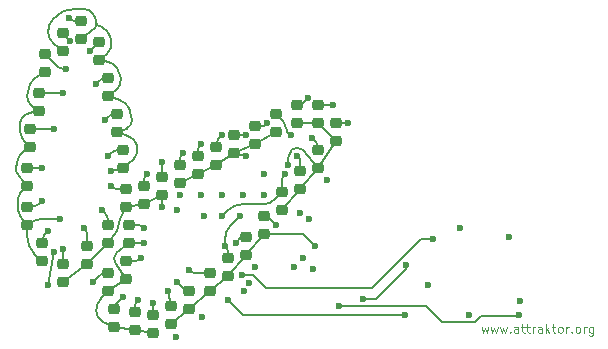
<source format=gbr>
%TF.GenerationSoftware,KiCad,Pcbnew,8.0.7*%
%TF.CreationDate,2025-01-17T18:48:29+01:00*%
%TF.ProjectId,SAO_Attraktor,53414f5f-4174-4747-9261-6b746f722e6b,rev?*%
%TF.SameCoordinates,Original*%
%TF.FileFunction,Copper,L1,Top*%
%TF.FilePolarity,Positive*%
%FSLAX46Y46*%
G04 Gerber Fmt 4.6, Leading zero omitted, Abs format (unit mm)*
G04 Created by KiCad (PCBNEW 8.0.7) date 2025-01-17 18:48:29*
%MOMM*%
%LPD*%
G01*
G04 APERTURE LIST*
G04 Aperture macros list*
%AMRoundRect*
0 Rectangle with rounded corners*
0 $1 Rounding radius*
0 $2 $3 $4 $5 $6 $7 $8 $9 X,Y pos of 4 corners*
0 Add a 4 corners polygon primitive as box body*
4,1,4,$2,$3,$4,$5,$6,$7,$8,$9,$2,$3,0*
0 Add four circle primitives for the rounded corners*
1,1,$1+$1,$2,$3*
1,1,$1+$1,$4,$5*
1,1,$1+$1,$6,$7*
1,1,$1+$1,$8,$9*
0 Add four rect primitives between the rounded corners*
20,1,$1+$1,$2,$3,$4,$5,0*
20,1,$1+$1,$4,$5,$6,$7,0*
20,1,$1+$1,$6,$7,$8,$9,0*
20,1,$1+$1,$8,$9,$2,$3,0*%
G04 Aperture macros list end*
%TA.AperFunction,Conductor*%
%ADD10C,0.200000*%
%TD*%
%ADD11C,0.100000*%
%TA.AperFunction,NonConductor*%
%ADD12C,0.100000*%
%TD*%
%TA.AperFunction,SMDPad,CuDef*%
%ADD13RoundRect,0.218750X0.256250X-0.218750X0.256250X0.218750X-0.256250X0.218750X-0.256250X-0.218750X0*%
%TD*%
%TA.AperFunction,ViaPad*%
%ADD14C,0.600000*%
%TD*%
G04 APERTURE END LIST*
D10*
%TO.N,Net-(U1-PC0)*%
X146050000Y-113538000D02*
X153162000Y-113538000D01*
D11*
D12*
X157856131Y-115277814D02*
X157998989Y-115777814D01*
X157998989Y-115777814D02*
X158141846Y-115420671D01*
X158141846Y-115420671D02*
X158284703Y-115777814D01*
X158284703Y-115777814D02*
X158427560Y-115277814D01*
X158641845Y-115277814D02*
X158784703Y-115777814D01*
X158784703Y-115777814D02*
X158927560Y-115420671D01*
X158927560Y-115420671D02*
X159070417Y-115777814D01*
X159070417Y-115777814D02*
X159213274Y-115277814D01*
X159427559Y-115277814D02*
X159570417Y-115777814D01*
X159570417Y-115777814D02*
X159713274Y-115420671D01*
X159713274Y-115420671D02*
X159856131Y-115777814D01*
X159856131Y-115777814D02*
X159998988Y-115277814D01*
X160284702Y-115706385D02*
X160320416Y-115742100D01*
X160320416Y-115742100D02*
X160284702Y-115777814D01*
X160284702Y-115777814D02*
X160248988Y-115742100D01*
X160248988Y-115742100D02*
X160284702Y-115706385D01*
X160284702Y-115706385D02*
X160284702Y-115777814D01*
X160963274Y-115777814D02*
X160963274Y-115384957D01*
X160963274Y-115384957D02*
X160927559Y-115313528D01*
X160927559Y-115313528D02*
X160856131Y-115277814D01*
X160856131Y-115277814D02*
X160713274Y-115277814D01*
X160713274Y-115277814D02*
X160641845Y-115313528D01*
X160963274Y-115742100D02*
X160891845Y-115777814D01*
X160891845Y-115777814D02*
X160713274Y-115777814D01*
X160713274Y-115777814D02*
X160641845Y-115742100D01*
X160641845Y-115742100D02*
X160606131Y-115670671D01*
X160606131Y-115670671D02*
X160606131Y-115599242D01*
X160606131Y-115599242D02*
X160641845Y-115527814D01*
X160641845Y-115527814D02*
X160713274Y-115492100D01*
X160713274Y-115492100D02*
X160891845Y-115492100D01*
X160891845Y-115492100D02*
X160963274Y-115456385D01*
X161213273Y-115277814D02*
X161498987Y-115277814D01*
X161320416Y-115027814D02*
X161320416Y-115670671D01*
X161320416Y-115670671D02*
X161356130Y-115742100D01*
X161356130Y-115742100D02*
X161427559Y-115777814D01*
X161427559Y-115777814D02*
X161498987Y-115777814D01*
X161641844Y-115277814D02*
X161927558Y-115277814D01*
X161748987Y-115027814D02*
X161748987Y-115670671D01*
X161748987Y-115670671D02*
X161784701Y-115742100D01*
X161784701Y-115742100D02*
X161856130Y-115777814D01*
X161856130Y-115777814D02*
X161927558Y-115777814D01*
X162177558Y-115777814D02*
X162177558Y-115277814D01*
X162177558Y-115420671D02*
X162213272Y-115349242D01*
X162213272Y-115349242D02*
X162248987Y-115313528D01*
X162248987Y-115313528D02*
X162320415Y-115277814D01*
X162320415Y-115277814D02*
X162391844Y-115277814D01*
X162963273Y-115777814D02*
X162963273Y-115384957D01*
X162963273Y-115384957D02*
X162927558Y-115313528D01*
X162927558Y-115313528D02*
X162856130Y-115277814D01*
X162856130Y-115277814D02*
X162713273Y-115277814D01*
X162713273Y-115277814D02*
X162641844Y-115313528D01*
X162963273Y-115742100D02*
X162891844Y-115777814D01*
X162891844Y-115777814D02*
X162713273Y-115777814D01*
X162713273Y-115777814D02*
X162641844Y-115742100D01*
X162641844Y-115742100D02*
X162606130Y-115670671D01*
X162606130Y-115670671D02*
X162606130Y-115599242D01*
X162606130Y-115599242D02*
X162641844Y-115527814D01*
X162641844Y-115527814D02*
X162713273Y-115492100D01*
X162713273Y-115492100D02*
X162891844Y-115492100D01*
X162891844Y-115492100D02*
X162963273Y-115456385D01*
X163320415Y-115777814D02*
X163320415Y-115027814D01*
X163391844Y-115492100D02*
X163606129Y-115777814D01*
X163606129Y-115277814D02*
X163320415Y-115563528D01*
X163820415Y-115277814D02*
X164106129Y-115277814D01*
X163927558Y-115027814D02*
X163927558Y-115670671D01*
X163927558Y-115670671D02*
X163963272Y-115742100D01*
X163963272Y-115742100D02*
X164034701Y-115777814D01*
X164034701Y-115777814D02*
X164106129Y-115777814D01*
X164463272Y-115777814D02*
X164391843Y-115742100D01*
X164391843Y-115742100D02*
X164356129Y-115706385D01*
X164356129Y-115706385D02*
X164320415Y-115634957D01*
X164320415Y-115634957D02*
X164320415Y-115420671D01*
X164320415Y-115420671D02*
X164356129Y-115349242D01*
X164356129Y-115349242D02*
X164391843Y-115313528D01*
X164391843Y-115313528D02*
X164463272Y-115277814D01*
X164463272Y-115277814D02*
X164570415Y-115277814D01*
X164570415Y-115277814D02*
X164641843Y-115313528D01*
X164641843Y-115313528D02*
X164677558Y-115349242D01*
X164677558Y-115349242D02*
X164713272Y-115420671D01*
X164713272Y-115420671D02*
X164713272Y-115634957D01*
X164713272Y-115634957D02*
X164677558Y-115706385D01*
X164677558Y-115706385D02*
X164641843Y-115742100D01*
X164641843Y-115742100D02*
X164570415Y-115777814D01*
X164570415Y-115777814D02*
X164463272Y-115777814D01*
X165034700Y-115777814D02*
X165034700Y-115277814D01*
X165034700Y-115420671D02*
X165070414Y-115349242D01*
X165070414Y-115349242D02*
X165106129Y-115313528D01*
X165106129Y-115313528D02*
X165177557Y-115277814D01*
X165177557Y-115277814D02*
X165248986Y-115277814D01*
X165498986Y-115706385D02*
X165534700Y-115742100D01*
X165534700Y-115742100D02*
X165498986Y-115777814D01*
X165498986Y-115777814D02*
X165463272Y-115742100D01*
X165463272Y-115742100D02*
X165498986Y-115706385D01*
X165498986Y-115706385D02*
X165498986Y-115777814D01*
X165963272Y-115777814D02*
X165891843Y-115742100D01*
X165891843Y-115742100D02*
X165856129Y-115706385D01*
X165856129Y-115706385D02*
X165820415Y-115634957D01*
X165820415Y-115634957D02*
X165820415Y-115420671D01*
X165820415Y-115420671D02*
X165856129Y-115349242D01*
X165856129Y-115349242D02*
X165891843Y-115313528D01*
X165891843Y-115313528D02*
X165963272Y-115277814D01*
X165963272Y-115277814D02*
X166070415Y-115277814D01*
X166070415Y-115277814D02*
X166141843Y-115313528D01*
X166141843Y-115313528D02*
X166177558Y-115349242D01*
X166177558Y-115349242D02*
X166213272Y-115420671D01*
X166213272Y-115420671D02*
X166213272Y-115634957D01*
X166213272Y-115634957D02*
X166177558Y-115706385D01*
X166177558Y-115706385D02*
X166141843Y-115742100D01*
X166141843Y-115742100D02*
X166070415Y-115777814D01*
X166070415Y-115777814D02*
X165963272Y-115777814D01*
X166534700Y-115777814D02*
X166534700Y-115277814D01*
X166534700Y-115420671D02*
X166570414Y-115349242D01*
X166570414Y-115349242D02*
X166606129Y-115313528D01*
X166606129Y-115313528D02*
X166677557Y-115277814D01*
X166677557Y-115277814D02*
X166748986Y-115277814D01*
X167320415Y-115277814D02*
X167320415Y-115884957D01*
X167320415Y-115884957D02*
X167284700Y-115956385D01*
X167284700Y-115956385D02*
X167248986Y-115992100D01*
X167248986Y-115992100D02*
X167177557Y-116027814D01*
X167177557Y-116027814D02*
X167070415Y-116027814D01*
X167070415Y-116027814D02*
X166998986Y-115992100D01*
X167320415Y-115742100D02*
X167248986Y-115777814D01*
X167248986Y-115777814D02*
X167106129Y-115777814D01*
X167106129Y-115777814D02*
X167034700Y-115742100D01*
X167034700Y-115742100D02*
X166998986Y-115706385D01*
X166998986Y-115706385D02*
X166963272Y-115634957D01*
X166963272Y-115634957D02*
X166963272Y-115420671D01*
X166963272Y-115420671D02*
X166998986Y-115349242D01*
X166998986Y-115349242D02*
X167034700Y-115313528D01*
X167034700Y-115313528D02*
X167106129Y-115277814D01*
X167106129Y-115277814D02*
X167248986Y-115277814D01*
X167248986Y-115277814D02*
X167320415Y-115313528D01*
%TD*%
D13*
%TO.P,D31,1,K*%
%TO.N,Net-(D31-K)*%
X139446000Y-107467500D03*
%TO.P,D31,2,A*%
%TO.N,IO0*%
X139446000Y-105892500D03*
%TD*%
%TO.P,D33,1,K*%
%TO.N,Net-(D31-K)*%
X136398000Y-111023500D03*
%TO.P,D33,2,A*%
%TO.N,IO2*%
X136398000Y-109448500D03*
%TD*%
%TO.P,D23,1,K*%
%TO.N,Net-(D19-K)*%
X138684000Y-99847500D03*
%TO.P,D23,2,A*%
%TO.N,IO5*%
X138684000Y-98272500D03*
%TD*%
%TO.P,D5,1,K*%
%TO.N,Net-(D1-K)*%
X123952000Y-90957500D03*
%TO.P,D5,2,A*%
%TO.N,IO5*%
X123952000Y-89382500D03*
%TD*%
%TO.P,D15,1,K*%
%TO.N,Net-(D13-K)*%
X126238000Y-108229500D03*
%TO.P,D15,2,A*%
%TO.N,IO3*%
X126238000Y-106654500D03*
%TD*%
%TO.P,D1,1,K*%
%TO.N,Net-(D1-K)*%
X127508000Y-101879500D03*
%TO.P,D1,2,A*%
%TO.N,IO1*%
X127508000Y-100304500D03*
%TD*%
%TO.P,D10,1,K*%
%TO.N,Net-(D10-K)*%
X119380000Y-103403500D03*
%TO.P,D10,2,A*%
%TO.N,IO4*%
X119380000Y-101828500D03*
%TD*%
%TO.P,D11,1,K*%
%TO.N,Net-(D10-K)*%
X119380000Y-106705500D03*
%TO.P,D11,2,A*%
%TO.N,IO5*%
X119380000Y-105130500D03*
%TD*%
%TO.P,D37,1,K*%
%TO.N,Net-(D37-K)*%
X130048000Y-115849500D03*
%TO.P,D37,2,A*%
%TO.N,IO0*%
X130048000Y-114274500D03*
%TD*%
%TO.P,D32,1,K*%
%TO.N,Net-(D31-K)*%
X137922000Y-109245500D03*
%TO.P,D32,2,A*%
%TO.N,IO1*%
X137922000Y-107670500D03*
%TD*%
%TO.P,D28,1,K*%
%TO.N,Net-(D25-K)*%
X144018000Y-101879500D03*
%TO.P,D28,2,A*%
%TO.N,IO3*%
X144018000Y-100304500D03*
%TD*%
%TO.P,D40,1,K*%
%TO.N,Net-(D37-K)*%
X126238000Y-112293500D03*
%TO.P,D40,2,A*%
%TO.N,IO3*%
X126238000Y-110718500D03*
%TD*%
%TO.P,D3,1,K*%
%TO.N,Net-(D1-K)*%
X126238000Y-95783500D03*
%TO.P,D3,2,A*%
%TO.N,IO3*%
X126238000Y-94208500D03*
%TD*%
%TO.P,D21,1,K*%
%TO.N,Net-(D19-K)*%
X135382000Y-101625500D03*
%TO.P,D21,2,A*%
%TO.N,IO2*%
X135382000Y-100050500D03*
%TD*%
%TO.P,D25,1,K*%
%TO.N,Net-(D25-K)*%
X142240000Y-98069500D03*
%TO.P,D25,2,A*%
%TO.N,IO0*%
X142240000Y-96494500D03*
%TD*%
%TO.P,D27,1,K*%
%TO.N,Net-(D25-K)*%
X145542000Y-99593500D03*
%TO.P,D27,2,A*%
%TO.N,IO2*%
X145542000Y-98018500D03*
%TD*%
%TO.P,D14,1,K*%
%TO.N,Net-(D13-K)*%
X124460000Y-110007500D03*
%TO.P,D14,2,A*%
%TO.N,IO1*%
X124460000Y-108432500D03*
%TD*%
%TO.P,D30,1,K*%
%TO.N,Net-(D25-K)*%
X140970000Y-105435500D03*
%TO.P,D30,2,A*%
%TO.N,IO6*%
X140970000Y-103860500D03*
%TD*%
%TO.P,D42,1,K*%
%TO.N,Net-(D37-K)*%
X128016000Y-108229500D03*
%TO.P,D42,2,A*%
%TO.N,IO5*%
X128016000Y-106654500D03*
%TD*%
%TO.P,D26,1,K*%
%TO.N,Net-(D25-K)*%
X144018000Y-98069500D03*
%TO.P,D26,2,A*%
%TO.N,IO1*%
X144018000Y-96494500D03*
%TD*%
%TO.P,D34,1,K*%
%TO.N,Net-(D31-K)*%
X134874000Y-112293500D03*
%TO.P,D34,2,A*%
%TO.N,IO3*%
X134874000Y-110718500D03*
%TD*%
%TO.P,D20,1,K*%
%TO.N,Net-(D19-K)*%
X133858000Y-102387500D03*
%TO.P,D20,2,A*%
%TO.N,IO1*%
X133858000Y-100812500D03*
%TD*%
%TO.P,D13,1,K*%
%TO.N,Net-(D13-K)*%
X122428000Y-111531500D03*
%TO.P,D13,2,A*%
%TO.N,IO0*%
X122428000Y-109956500D03*
%TD*%
%TO.P,D6,1,K*%
%TO.N,Net-(D1-K)*%
X122428000Y-91973500D03*
%TO.P,D6,2,A*%
%TO.N,IO6*%
X122428000Y-90398500D03*
%TD*%
%TO.P,D35,1,K*%
%TO.N,Net-(D31-K)*%
X133096000Y-113817500D03*
%TO.P,D35,2,A*%
%TO.N,IO4*%
X133096000Y-112242500D03*
%TD*%
%TO.P,D41,1,K*%
%TO.N,Net-(D37-K)*%
X127762000Y-111277500D03*
%TO.P,D41,2,A*%
%TO.N,IO4*%
X127762000Y-109702500D03*
%TD*%
%TO.P,D4,1,K*%
%TO.N,Net-(D1-K)*%
X125476000Y-92735500D03*
%TO.P,D4,2,A*%
%TO.N,IO4*%
X125476000Y-91160500D03*
%TD*%
%TO.P,D29,1,K*%
%TO.N,Net-(D25-K)*%
X142494000Y-103657500D03*
%TO.P,D29,2,A*%
%TO.N,IO5*%
X142494000Y-102082500D03*
%TD*%
%TO.P,D36,1,K*%
%TO.N,Net-(D31-K)*%
X131572000Y-115087500D03*
%TO.P,D36,2,A*%
%TO.N,IO6*%
X131572000Y-113512500D03*
%TD*%
%TO.P,D24,1,K*%
%TO.N,Net-(D19-K)*%
X140462000Y-98831500D03*
%TO.P,D24,2,A*%
%TO.N,IO6*%
X140462000Y-97256500D03*
%TD*%
%TO.P,D12,1,K*%
%TO.N,Net-(D10-K)*%
X120650000Y-109753500D03*
%TO.P,D12,2,A*%
%TO.N,IO6*%
X120650000Y-108178500D03*
%TD*%
%TO.P,D9,1,K*%
%TO.N,Net-(D10-K)*%
X119634000Y-100101500D03*
%TO.P,D9,2,A*%
%TO.N,IO3*%
X119634000Y-98526500D03*
%TD*%
%TO.P,D19,1,K*%
%TO.N,Net-(D19-K)*%
X132334000Y-103149500D03*
%TO.P,D19,2,A*%
%TO.N,IO0*%
X132334000Y-101574500D03*
%TD*%
%TO.P,D2,1,K*%
%TO.N,Net-(D1-K)*%
X127000000Y-98831500D03*
%TO.P,D2,2,A*%
%TO.N,IO2*%
X127000000Y-97256500D03*
%TD*%
%TO.P,D17,1,K*%
%TO.N,Net-(D13-K)*%
X129286000Y-104927500D03*
%TO.P,D17,2,A*%
%TO.N,IO5*%
X129286000Y-103352500D03*
%TD*%
%TO.P,D22,1,K*%
%TO.N,Net-(D19-K)*%
X136906000Y-100609500D03*
%TO.P,D22,2,A*%
%TO.N,IO4*%
X136906000Y-99034500D03*
%TD*%
%TO.P,D39,1,K*%
%TO.N,Net-(D37-K)*%
X126746000Y-115341500D03*
%TO.P,D39,2,A*%
%TO.N,IO2*%
X126746000Y-113766500D03*
%TD*%
%TO.P,D8,1,K*%
%TO.N,Net-(D10-K)*%
X120396000Y-97053500D03*
%TO.P,D8,2,A*%
%TO.N,IO2*%
X120396000Y-95478500D03*
%TD*%
%TO.P,D38,1,K*%
%TO.N,Net-(D37-K)*%
X128524000Y-115595500D03*
%TO.P,D38,2,A*%
%TO.N,IO1*%
X128524000Y-114020500D03*
%TD*%
%TO.P,D7,1,K*%
%TO.N,Net-(D10-K)*%
X120904000Y-93751500D03*
%TO.P,D7,2,A*%
%TO.N,IO0*%
X120904000Y-92176500D03*
%TD*%
%TO.P,D16,1,K*%
%TO.N,Net-(D13-K)*%
X127762000Y-105181500D03*
%TO.P,D16,2,A*%
%TO.N,IO4*%
X127762000Y-103606500D03*
%TD*%
%TO.P,D18,1,K*%
%TO.N,Net-(D13-K)*%
X130810000Y-104165500D03*
%TO.P,D18,2,A*%
%TO.N,IO6*%
X130810000Y-102590500D03*
%TD*%
D14*
%TO.N,/PD0*%
X153365200Y-111709200D03*
X143548618Y-110351853D03*
%TO.N,Net-(U1-PC7)*%
X138176000Y-111556800D03*
%TO.N,Net-(U1-PC6)*%
X137718800Y-112268000D03*
%TO.N,Net-(U1-PC3)*%
X134219115Y-114451742D03*
%TO.N,Net-(U1-PC4)*%
X131974048Y-116158798D03*
%TO.N,Net-(U1-PC6)*%
X160172400Y-107696000D03*
%TO.N,Net-(U1-PC4)*%
X161086800Y-113131600D03*
%TO.N,Net-(U1-PC3)*%
X156768800Y-114309600D03*
%TO.N,Net-(U1-PC7)*%
X156006892Y-106947170D03*
%TO.N,IO1*%
X126238000Y-100838000D03*
X145288000Y-96520000D03*
X134366000Y-105918000D03*
X137039422Y-108186922D03*
X124206000Y-106934000D03*
X134112000Y-99822000D03*
X128778000Y-113030000D03*
%TO.N,Net-(D1-K)*%
X126492000Y-102108000D03*
X132355596Y-104086999D03*
%TO.N,IO2*%
X125984000Y-97790000D03*
X137414000Y-105918000D03*
X146558000Y-98044000D03*
X136144000Y-108458000D03*
X135890000Y-99060000D03*
X127508000Y-112776000D03*
X122428000Y-95504000D03*
%TO.N,IO3*%
X133096000Y-110490000D03*
X124968000Y-111506000D03*
X143510000Y-99314000D03*
X125730000Y-105410000D03*
X121666000Y-98552000D03*
X125222000Y-94742000D03*
X139446000Y-104140000D03*
%TO.N,IO4*%
X137922000Y-99060000D03*
X142494000Y-105664000D03*
X132080000Y-111506000D03*
X126492000Y-103378000D03*
X124714000Y-91948000D03*
X129032000Y-109474000D03*
X120650000Y-101828500D03*
%TO.N,IO5*%
X142240000Y-100838000D03*
X120650000Y-104648000D03*
X143256000Y-106172000D03*
X138684000Y-110236000D03*
X129286000Y-106934000D03*
X122936000Y-89154000D03*
X139700000Y-98044000D03*
X129540000Y-102362000D03*
%TO.N,IO6*%
X130810000Y-101346000D03*
X131318000Y-112268000D03*
X121158000Y-107188000D03*
X141732000Y-99060000D03*
X135890000Y-105918000D03*
X122977001Y-91093735D03*
X141986000Y-110236000D03*
X121666000Y-108966000D03*
X121158000Y-111760000D03*
X141224000Y-102362000D03*
%TO.N,Net-(D10-K)*%
X134112000Y-104140000D03*
X122174000Y-106172000D03*
%TO.N,IO0*%
X143137461Y-95916384D03*
X122682000Y-93472000D03*
X142748000Y-109474000D03*
X122428000Y-108712000D03*
X132588000Y-100584000D03*
X140462000Y-106680000D03*
X132080000Y-105410000D03*
X130048000Y-113284000D03*
%TO.N,/SDA*%
X147828000Y-112938000D03*
X151485600Y-110032800D03*
%TO.N,/SWD*%
X137591800Y-110921800D03*
X153789500Y-107830500D03*
%TO.N,/SCL*%
X151384000Y-114300000D03*
X136412328Y-113001343D03*
%TO.N,Net-(U1-PC0)*%
X145796000Y-113538000D03*
X161036000Y-114249200D03*
%TO.N,Net-(D13-K)*%
X137668000Y-104140000D03*
X130810000Y-105156000D03*
%TO.N,Net-(D19-K)*%
X137922000Y-100838000D03*
X139446000Y-102362000D03*
%TO.N,Net-(D25-K)*%
X141478000Y-101600000D03*
%TO.N,Net-(D31-K)*%
X144780000Y-102870000D03*
X143764000Y-108458000D03*
%TO.N,Net-(D37-K)*%
X135890000Y-104140000D03*
X129286000Y-108204000D03*
%TD*%
D10*
%TO.N,Net-(U1-PC0)*%
X157835600Y-114350800D02*
X160934400Y-114350800D01*
X157276800Y-114909600D02*
X157835600Y-114350800D01*
X154533600Y-114909600D02*
X157276800Y-114909600D01*
X153162000Y-113538000D02*
X154533600Y-114909600D01*
X160934400Y-114350800D02*
X161036000Y-114249200D01*
%TO.N,/SWD*%
X152773500Y-107830500D02*
X153789500Y-107830500D01*
X148590000Y-112014000D02*
X152773500Y-107830500D01*
X139598400Y-112014000D02*
X148590000Y-112014000D01*
X138506200Y-110921800D02*
X139598400Y-112014000D01*
X137591800Y-110921800D02*
X138506200Y-110921800D01*
%TO.N,IO1*%
X128778000Y-113030000D02*
X128651000Y-113157000D01*
X126511107Y-100564892D02*
X126238000Y-100838000D01*
X124206000Y-106934000D02*
X124333000Y-107061000D01*
X137738922Y-107670500D02*
X137922000Y-107670500D01*
X133858000Y-100255605D02*
X133858000Y-100812500D01*
X128524000Y-113463605D02*
X128524000Y-114020500D01*
X127139750Y-100304500D02*
X127508000Y-100304500D01*
X145244468Y-96494500D02*
X144018000Y-96494500D01*
X134112000Y-99822000D02*
X133985000Y-99949000D01*
X145275250Y-96507250D02*
X145288000Y-96520000D01*
X137426388Y-107799955D02*
X137039422Y-108186922D01*
X124460000Y-107367605D02*
X124460000Y-108432500D01*
X145275250Y-96507250D02*
G75*
G03*
X145244468Y-96494513I-30750J-30750D01*
G01*
X128651000Y-113157000D02*
G75*
G03*
X128524002Y-113463605I306600J-306600D01*
G01*
X133985000Y-99949000D02*
G75*
G03*
X133858002Y-100255605I306600J-306600D01*
G01*
X127139750Y-100304500D02*
G75*
G03*
X126511090Y-100564875I-50J-889000D01*
G01*
X124333000Y-107061000D02*
G75*
G02*
X124459998Y-107367605I-306600J-306600D01*
G01*
X137738922Y-107670500D02*
G75*
G03*
X137426375Y-107799942I-22J-442000D01*
G01*
%TO.N,Net-(D1-K)*%
X126238000Y-95783500D02*
X127220528Y-96094569D01*
X125222000Y-89408000D02*
X125222000Y-89535000D01*
X121649006Y-91334663D02*
X122428000Y-91973500D01*
X126124920Y-92203333D02*
X125476000Y-92735500D01*
X125730000Y-89916000D02*
X125335592Y-89718796D01*
X128042815Y-96827630D02*
X128016000Y-96774000D01*
X121607012Y-89212986D02*
X121890019Y-88929980D01*
X127317499Y-94297500D02*
X127304567Y-94181104D01*
X126238000Y-95783500D02*
X126932006Y-95228234D01*
X125476000Y-92735500D02*
X126295331Y-92882915D01*
X124968000Y-88773000D02*
X125081106Y-88942659D01*
X126492000Y-90932000D02*
X126417605Y-90708815D01*
X126492000Y-102108000D02*
X127508000Y-101879500D01*
X127000000Y-98831500D02*
X127801646Y-98494745D01*
X125222000Y-89789000D02*
X125222000Y-89535000D01*
X125123798Y-89996532D02*
X123952000Y-90957500D01*
X124256094Y-88392000D02*
X123337609Y-88392000D01*
X128418890Y-101034791D02*
X127508000Y-101879500D01*
X127000000Y-98831500D02*
X127891960Y-99113895D01*
X127220528Y-96094569D02*
G75*
G02*
X128016013Y-96773993I-405128J-1279731D01*
G01*
X125081106Y-88942659D02*
G75*
G02*
X125222001Y-89408000I-698006J-465341D01*
G01*
X124968000Y-88773000D02*
G75*
G03*
X124256094Y-88392003I-711900J-474600D01*
G01*
X126492000Y-90932000D02*
G75*
G02*
X126124919Y-92203332I-1107100J-369000D01*
G01*
X125222000Y-89789000D02*
G75*
G02*
X125123800Y-89996534I-268400J0D01*
G01*
X127891960Y-99113895D02*
G75*
G02*
X128714503Y-99948999I-378460J-1195405D01*
G01*
X128042815Y-96827630D02*
G75*
G02*
X128269992Y-97790000I-1924815J-962370D01*
G01*
X128714500Y-99949000D02*
G75*
G02*
X128418883Y-101034784I-1019000J-305700D01*
G01*
X125730000Y-89916000D02*
G75*
G02*
X126417599Y-90708817I-613200J-1226400D01*
G01*
X127317499Y-94297500D02*
G75*
G02*
X126931995Y-95228220I-1037899J-115300D01*
G01*
X122555000Y-88519000D02*
G75*
G03*
X121890032Y-88929993I538000J-1613900D01*
G01*
X121607012Y-89212986D02*
G75*
G03*
X121157991Y-90297000I1083988J-1084014D01*
G01*
X125222000Y-89535000D02*
G75*
G03*
X125335590Y-89718801I205500J0D01*
G01*
X127000000Y-93345000D02*
G75*
G02*
X127304552Y-94181106I-1565900J-1043900D01*
G01*
X126295331Y-92882915D02*
G75*
G02*
X126999995Y-93345004I-190531J-1058885D01*
G01*
X121158000Y-90297000D02*
G75*
G03*
X121648999Y-91334671I1342000J0D01*
G01*
X123337609Y-88392000D02*
G75*
G03*
X122555000Y-88518999I-9J-2474800D01*
G01*
X125335592Y-89718796D02*
G75*
G03*
X125222014Y-89789000I-35092J-70204D01*
G01*
X128270000Y-97790000D02*
G75*
G02*
X127801646Y-98494744I-764400J0D01*
G01*
%TO.N,IO2*%
X136398000Y-108891605D02*
X136398000Y-109448500D01*
X122384468Y-95478500D02*
X120396000Y-95478500D01*
X135552589Y-99397410D02*
X135890000Y-99060000D01*
X127508000Y-112776000D02*
X126826786Y-113457213D01*
X122415250Y-95491250D02*
X122428000Y-95504000D01*
X136271000Y-108585000D02*
X136144000Y-108458000D01*
X126346910Y-97427089D02*
X125984000Y-97790000D01*
X126758750Y-97256500D02*
X127000000Y-97256500D01*
X126746000Y-113652250D02*
X126746000Y-113766500D01*
X146514468Y-98018500D02*
X145542000Y-98018500D01*
X135382000Y-99809250D02*
X135382000Y-100050500D01*
X137414000Y-105918000D02*
X136593012Y-106738987D01*
X136144000Y-107823000D02*
X136144000Y-108458000D01*
X146545250Y-98031250D02*
X146558000Y-98044000D01*
X126826786Y-113457213D02*
G75*
G03*
X126746028Y-113652250I195014J-194987D01*
G01*
X135552589Y-99397410D02*
G75*
G03*
X135382026Y-99809250I411811J-411790D01*
G01*
X126758750Y-97256500D02*
G75*
G03*
X126346892Y-97427071I-50J-582400D01*
G01*
X136593012Y-106738987D02*
G75*
G03*
X136143992Y-107823000I1083988J-1084013D01*
G01*
X146545250Y-98031250D02*
G75*
G03*
X146514468Y-98018513I-30750J-30750D01*
G01*
X136271000Y-108585000D02*
G75*
G02*
X136397998Y-108891605I-306600J-306600D01*
G01*
X122415250Y-95491250D02*
G75*
G03*
X122384468Y-95478513I-30750J-30750D01*
G01*
%TO.N,IO3*%
X121622468Y-98526500D02*
X119634000Y-98526500D01*
X125584910Y-94379089D02*
X125222000Y-94742000D01*
X144018000Y-100063250D02*
X144018000Y-100304500D01*
X125996750Y-110718500D02*
X126238000Y-110718500D01*
X143847410Y-99651410D02*
X143510000Y-99314000D01*
X133486073Y-110718500D02*
X134874000Y-110718500D01*
X133096000Y-110490000D02*
X133210250Y-110604250D01*
X121666000Y-98552000D02*
X121653250Y-98539250D01*
X126238000Y-106277210D02*
X126238000Y-106654500D01*
X125730000Y-105410000D02*
X125984000Y-105664000D01*
X125996750Y-94208500D02*
X126238000Y-94208500D01*
X125584910Y-110889089D02*
X124968000Y-111506000D01*
X143847410Y-99651410D02*
G75*
G02*
X144017973Y-100063250I-411810J-411790D01*
G01*
X125984000Y-105664000D02*
G75*
G02*
X126237996Y-106277210I-613200J-613200D01*
G01*
X133210250Y-110604250D02*
G75*
G03*
X133486073Y-110718511I275850J275850D01*
G01*
X125996750Y-94208500D02*
G75*
G03*
X125584892Y-94379071I-50J-582400D01*
G01*
X125996750Y-110718500D02*
G75*
G03*
X125584892Y-110889071I-50J-582400D01*
G01*
X121653250Y-98539250D02*
G75*
G03*
X121622468Y-98526513I-30750J-30750D01*
G01*
%TO.N,IO4*%
X126606250Y-103492250D02*
X126492000Y-103378000D01*
X132956250Y-112242500D02*
X133096000Y-112242500D01*
X125476000Y-91173250D02*
X125476000Y-91160500D01*
X128641926Y-109702500D02*
X127762000Y-109702500D01*
X137909250Y-99047250D02*
X137922000Y-99060000D01*
X120650000Y-101828500D02*
X119380000Y-101828500D01*
X132717681Y-112143681D02*
X132080000Y-111506000D01*
X128917750Y-109588250D02*
X129032000Y-109474000D01*
X126882073Y-103606500D02*
X127762000Y-103606500D01*
X125466984Y-91195015D02*
X124714000Y-91948000D01*
X137878468Y-99034500D02*
X136906000Y-99034500D01*
X126606250Y-103492250D02*
G75*
G03*
X126882073Y-103606511I275850J275850D01*
G01*
X132717681Y-112143681D02*
G75*
G03*
X132956250Y-112242531I238619J238581D01*
G01*
X137909250Y-99047250D02*
G75*
G03*
X137878468Y-99034513I-30750J-30750D01*
G01*
X125476000Y-91173250D02*
G75*
G02*
X125466963Y-91194994I-30800J50D01*
G01*
X128917750Y-109588250D02*
G75*
G02*
X128641926Y-109702511I-275850J275850D01*
G01*
%TO.N,IO5*%
X128808863Y-106654500D02*
X128016000Y-106654500D01*
X123050250Y-89268250D02*
X122936000Y-89154000D01*
X129286000Y-102795605D02*
X129286000Y-103352500D01*
X139471500Y-98272500D02*
X139700000Y-98044000D01*
X138684000Y-98272500D02*
X139471500Y-98272500D01*
X129540000Y-102362000D02*
X129413000Y-102489000D01*
X142494000Y-101092000D02*
X142240000Y-100838000D01*
X129146250Y-106794250D02*
X129286000Y-106934000D01*
X142494000Y-102082500D02*
X142494000Y-101092000D01*
X119826320Y-105130500D02*
X119380000Y-105130500D01*
X123326073Y-89382500D02*
X123952000Y-89382500D01*
X120408750Y-104889250D02*
X120650000Y-104648000D01*
X129413000Y-102489000D02*
G75*
G03*
X129286002Y-102795605I306600J-306600D01*
G01*
X120408750Y-104889250D02*
G75*
G02*
X119826320Y-105130509I-582450J582450D01*
G01*
X123050250Y-89268250D02*
G75*
G03*
X123326073Y-89382511I275850J275850D01*
G01*
X129146250Y-106794250D02*
G75*
G03*
X128808863Y-106654515I-337350J-337350D01*
G01*
%TO.N,IO6*%
X131318000Y-112268000D02*
X131572000Y-113512500D01*
X141224000Y-102362000D02*
X141097000Y-102489000D01*
X141048379Y-97842879D02*
X140462000Y-97256500D01*
X135890000Y-105918000D02*
X136398000Y-105410000D01*
X140970000Y-102795605D02*
X140970000Y-103860500D01*
X121666000Y-108966000D02*
X121158000Y-111760000D01*
X122479701Y-90596435D02*
X122977001Y-91093735D01*
X139416019Y-104902000D02*
X137624420Y-104902000D01*
X121158000Y-107188000D02*
X120820589Y-107525410D01*
X140405473Y-104443918D02*
X140970000Y-103860500D01*
X141732000Y-99060000D02*
X141425620Y-98753620D01*
X120650000Y-107937250D02*
X120650000Y-108178500D01*
X122428000Y-90471617D02*
X122428000Y-90398500D01*
X130810000Y-101346000D02*
X130810000Y-102590500D01*
X139954000Y-104775000D02*
G75*
G02*
X139416019Y-104902005I-538000J1076000D01*
G01*
X141237000Y-98298250D02*
G75*
G03*
X141425593Y-98753647I644000J-50D01*
G01*
X141048379Y-97842879D02*
G75*
G02*
X141237033Y-98298250I-455379J-455421D01*
G01*
X140405473Y-104443918D02*
G75*
G02*
X139954006Y-104775012I-1195373J1156618D01*
G01*
X141097000Y-102489000D02*
G75*
G03*
X140970002Y-102795605I306600J-306600D01*
G01*
X120820589Y-107525410D02*
G75*
G03*
X120650026Y-107937250I411811J-411790D01*
G01*
X122428000Y-90471617D02*
G75*
G03*
X122479714Y-90596422I176500J17D01*
G01*
X137624420Y-104902000D02*
G75*
G03*
X136397994Y-105409994I-20J-1734400D01*
G01*
%TO.N,Net-(D10-K)*%
X120396000Y-97053500D02*
X119781511Y-96577211D01*
X120396000Y-93992750D02*
X120904000Y-93751500D01*
X119380000Y-103403500D02*
X118719897Y-102501273D01*
X118788589Y-103994910D02*
X119380000Y-103403500D01*
X119380000Y-106705500D02*
X119380000Y-107581750D01*
X118521914Y-101359091D02*
X118415011Y-101938849D01*
X118999000Y-100469750D02*
X119380000Y-100101500D01*
X118618000Y-104406750D02*
X118618000Y-104443218D01*
X122174000Y-106172000D02*
X120607098Y-106172000D01*
X119607184Y-94795630D02*
X119636498Y-94737003D01*
X118792745Y-98771857D02*
X118751691Y-98491018D01*
X119761000Y-106438750D02*
X119380000Y-106705500D01*
X119380000Y-106705500D02*
X118798600Y-105910843D01*
X120396000Y-97053500D02*
X119562224Y-97203513D01*
X119993413Y-109083729D02*
X120650000Y-109753500D01*
X119253000Y-99707750D02*
X119634000Y-100101500D01*
X118584206Y-105258473D02*
X118592600Y-105359200D01*
X118618000Y-104443218D02*
G75*
G02*
X118592601Y-104851200I-3289700J18D01*
G01*
X118415011Y-101938849D02*
G75*
G03*
X118500891Y-102235249I338889J-62451D01*
G01*
X119607184Y-94795630D02*
G75*
G03*
X119379997Y-95758000I1924716J-962370D01*
G01*
X120396000Y-93992750D02*
G75*
G03*
X119636519Y-94737013I700000J-1473950D01*
G01*
X118592600Y-105359200D02*
G75*
G03*
X118798604Y-105910840I1083400J90300D01*
G01*
X118906789Y-97667225D02*
G75*
G03*
X118751696Y-98491017I1120111J-637375D01*
G01*
X118788589Y-103994910D02*
G75*
G03*
X118618026Y-104406750I411811J-411790D01*
G01*
X118719897Y-102501273D02*
G75*
G03*
X118500856Y-102235282I-2430397J-1778227D01*
G01*
X119380000Y-107581750D02*
G75*
G03*
X119993398Y-109083744I2145500J-50D01*
G01*
X120607098Y-106172000D02*
G75*
G03*
X119761004Y-106438756I2J-1475200D01*
G01*
X118792745Y-98771857D02*
G75*
G03*
X119253027Y-99707724I1681455J245857D01*
G01*
X118521914Y-101359091D02*
G75*
G02*
X118998987Y-100469737I1626586J-299909D01*
G01*
X118592600Y-104851200D02*
G75*
G03*
X118584215Y-105258472I1951500J-243900D01*
G01*
X119380000Y-95758000D02*
G75*
G03*
X119781507Y-96577217I1036500J0D01*
G01*
X119562224Y-97203513D02*
G75*
G03*
X118906782Y-97667221I167676J-932087D01*
G01*
%TO.N,IO0*%
X132588000Y-100584000D02*
X132461000Y-100711000D01*
X143137461Y-95916384D02*
X142672250Y-96381594D01*
X140462000Y-106680000D02*
X139755286Y-105973286D01*
X122682000Y-93472000D02*
X122440750Y-93472000D01*
X142399672Y-96494500D02*
X142240000Y-96494500D01*
X122028910Y-93301410D02*
X120904000Y-92176500D01*
X130048000Y-113284000D02*
X130048000Y-114274500D01*
X122428000Y-108712000D02*
X122428000Y-109956500D01*
X139560250Y-105892500D02*
X139446000Y-105892500D01*
X132334000Y-101017605D02*
X132334000Y-101574500D01*
X142672250Y-96381594D02*
G75*
G02*
X142399672Y-96494475I-272550J272594D01*
G01*
X122028910Y-93301410D02*
G75*
G03*
X122440750Y-93471973I411790J411810D01*
G01*
X132461000Y-100711000D02*
G75*
G03*
X132334002Y-101017605I306600J-306600D01*
G01*
X139755286Y-105973286D02*
G75*
G03*
X139560250Y-105892528I-194986J-195014D01*
G01*
%TO.N,/SDA*%
X148936000Y-112938000D02*
X147828000Y-112938000D01*
X151485600Y-110032800D02*
X151485600Y-110388400D01*
X151485600Y-110388400D02*
X148936000Y-112938000D01*
%TO.N,/SCL*%
X136412328Y-113015672D02*
X136412328Y-113001343D01*
X137668000Y-114300000D02*
X136398000Y-113030000D01*
X136398000Y-113030000D02*
X136412328Y-113015672D01*
X151384000Y-114300000D02*
X137668000Y-114300000D01*
%TO.N,Net-(D13-K)*%
X127000000Y-107188000D02*
X126238000Y-108229500D01*
X129286000Y-104927500D02*
X130810000Y-104165500D01*
X126238000Y-108229500D02*
X124460000Y-110007500D01*
X127254000Y-106172000D02*
X127000000Y-107188000D01*
X129286000Y-104927500D02*
X127762000Y-105181500D01*
X130810000Y-105156000D02*
X130810000Y-104165500D01*
X127762000Y-105181500D02*
X127254000Y-106172000D01*
X124460000Y-110007500D02*
X122428000Y-111531500D01*
%TO.N,Net-(D19-K)*%
X136906000Y-100609500D02*
X138684000Y-99847500D01*
X138684000Y-99847500D02*
X138912500Y-99847500D01*
X138684000Y-99847500D02*
X140462000Y-98831500D01*
X137922000Y-100838000D02*
X136906000Y-100609500D01*
X135382000Y-101625500D02*
X136906000Y-100609500D01*
X133858000Y-102387500D02*
X135382000Y-101625500D01*
X132334000Y-103149500D02*
X133858000Y-102387500D01*
%TO.N,Net-(D25-K)*%
X144018000Y-98069500D02*
X145542000Y-99593500D01*
X145542000Y-99593500D02*
X144018000Y-101879500D01*
X141478000Y-101600000D02*
X141478000Y-100990400D01*
X142341600Y-100126800D02*
X142748000Y-100330000D01*
X141833600Y-100228400D02*
X142341600Y-100126800D01*
X144018000Y-101879500D02*
X142494000Y-103657500D01*
X142748000Y-100330000D02*
X144018000Y-101879500D01*
X141478000Y-100990400D02*
X141833600Y-100228400D01*
X142494000Y-103657500D02*
X140970000Y-105435500D01*
X142240000Y-98069500D02*
X144018000Y-98069500D01*
%TO.N,Net-(D31-K)*%
X135128000Y-112293500D02*
X134874000Y-112293500D01*
X133096000Y-113817500D02*
X134874000Y-112293500D01*
X139446000Y-107467500D02*
X142773500Y-107467500D01*
X137922000Y-109245500D02*
X139446000Y-107467500D01*
X137922000Y-109245500D02*
X137922000Y-109499500D01*
X136398000Y-111023500D02*
X137922000Y-109245500D01*
X134874000Y-112293500D02*
X136398000Y-111023500D01*
X131572000Y-115087500D02*
X133096000Y-113817500D01*
X142773500Y-107467500D02*
X143764000Y-108458000D01*
%TO.N,Net-(D37-K)*%
X128524000Y-115595500D02*
X130048000Y-115849500D01*
X126746000Y-115341500D02*
X125786135Y-114845506D01*
X127762000Y-111277500D02*
X126885276Y-109940410D01*
X126238000Y-112293500D02*
X127762000Y-111277500D01*
X129286000Y-108204000D02*
X128016000Y-108229500D01*
X126946287Y-109063791D02*
X128016000Y-108229500D01*
X128524000Y-115595500D02*
X126746000Y-115341500D01*
X125676682Y-112840729D02*
X126238000Y-112293500D01*
X126946287Y-109063791D02*
G75*
G03*
X126745993Y-109474000I319913J-410209D01*
G01*
X125222000Y-113919000D02*
G75*
G03*
X125786133Y-114845511I1042900J0D01*
G01*
X126746000Y-109474000D02*
G75*
G03*
X126885276Y-109940410I850600J0D01*
G01*
X125676682Y-112840729D02*
G75*
G03*
X125222002Y-113919000I1051218J-1078271D01*
G01*
%TD*%
M02*

</source>
